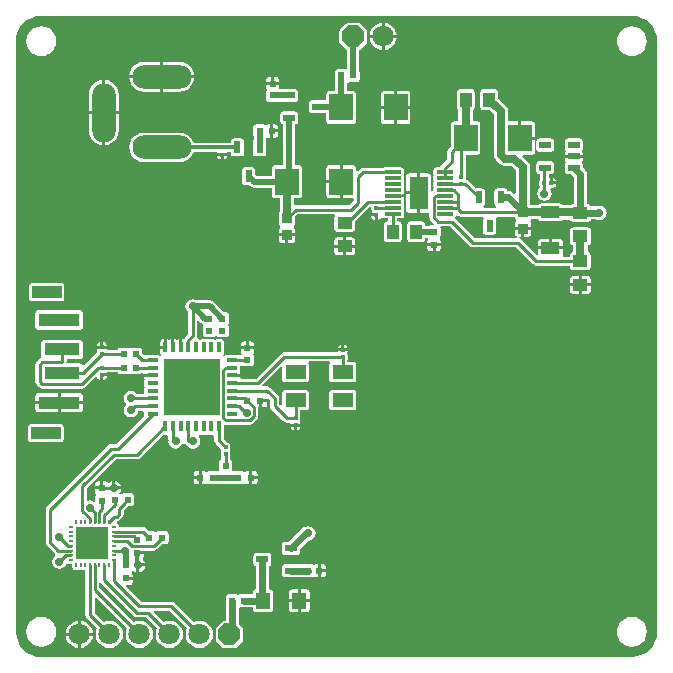
<source format=gtl>
G04 Layer_Physical_Order=1*
G04 Layer_Color=255*
%FSLAX43Y43*%
%MOMM*%
G71*
G01*
G75*
%ADD10R,3.000X1.120*%
%ADD11R,3.500X1.120*%
%ADD12R,1.250X1.000*%
%ADD13R,1.600X1.000*%
%ADD14R,0.850X0.850*%
%ADD15R,1.000X1.250*%
%ADD16R,0.600X1.000*%
%ADD17R,0.300X0.300*%
%ADD18R,2.000X2.300*%
%ADD19R,0.600X0.600*%
%ADD20R,0.600X0.600*%
%ADD21R,1.000X0.600*%
%ADD22R,1.600X2.800*%
%ADD23R,1.400X0.300*%
%ADD24R,1.200X1.400*%
%ADD25R,4.700X4.700*%
%ADD26R,0.300X0.950*%
%ADD27R,0.950X0.300*%
%ADD28R,1.800X1.200*%
%ADD29R,2.800X2.800*%
%ADD30O,0.400X0.200*%
%ADD31O,0.200X0.400*%
%ADD32R,0.300X0.300*%
%ADD33C,0.500*%
%ADD34C,0.300*%
%ADD35C,0.250*%
%ADD36C,0.700*%
%ADD37C,0.600*%
%ADD38R,2.500X1.000*%
%ADD39O,5.000X2.000*%
%ADD40O,2.000X5.000*%
%ADD41C,1.800*%
%ADD42P,1.948X8X22.5*%
%ADD43C,0.700*%
%ADD44C,0.500*%
G36*
X52500Y54632D02*
Y54632D01*
X52505Y54636D01*
X52917Y54595D01*
X53317Y54473D01*
X53687Y54276D01*
X54010Y54010D01*
X54276Y53687D01*
X54473Y53317D01*
X54595Y52917D01*
X54636Y52505D01*
X54632Y52500D01*
X54632D01*
X54639Y52462D01*
Y2539D01*
X54631Y2500D01*
X54631D01*
X54635Y2496D01*
X54595Y2083D01*
X54473Y1683D01*
X54276Y1313D01*
X54010Y990D01*
X53687Y724D01*
X53317Y527D01*
X52917Y405D01*
X52505Y365D01*
X52500Y369D01*
Y369D01*
X52461Y361D01*
X2623D01*
X2500Y361D01*
X2499Y361D01*
X2375Y369D01*
X2083Y397D01*
X1682Y519D01*
X1313Y716D01*
X989Y982D01*
X723Y1306D01*
X526Y1675D01*
X404Y2076D01*
X364Y2488D01*
X368Y2492D01*
X368D01*
X361Y2526D01*
Y52377D01*
X361Y52500D01*
X361Y52501D01*
X369Y52625D01*
X397Y52917D01*
X519Y53318D01*
X716Y53687D01*
X982Y54011D01*
X1306Y54277D01*
X1675Y54474D01*
X2076Y54596D01*
X2488Y54636D01*
X2492Y54632D01*
Y54632D01*
X2526Y54639D01*
X52462D01*
X52500Y54632D01*
D02*
G37*
%LPC*%
G36*
X27898Y26784D02*
X27875D01*
X27776Y26764D01*
X27692Y26708D01*
X27636Y26624D01*
X27616Y26525D01*
Y26502D01*
X27898D01*
Y26784D01*
D02*
G37*
G36*
X8034Y24123D02*
X7752D01*
Y23841D01*
X7775D01*
X7874Y23861D01*
X7958Y23917D01*
X8014Y24001D01*
X8034Y24100D01*
Y24123D01*
D02*
G37*
G36*
X5750Y22719D02*
X4127D01*
Y22027D01*
X6009D01*
Y22460D01*
X5989Y22559D01*
X5933Y22643D01*
X5849Y22699D01*
X5750Y22719D01*
D02*
G37*
G36*
X20250Y27084D02*
X20077D01*
Y26652D01*
X20509D01*
Y26825D01*
X20489Y26924D01*
X20433Y27008D01*
X20349Y27064D01*
X20250Y27084D01*
D02*
G37*
G36*
X19823D02*
X19650D01*
X19551Y27064D01*
X19467Y27008D01*
X19411Y26924D01*
X19391Y26825D01*
Y26652D01*
X19823D01*
Y27084D01*
D02*
G37*
G36*
X28175Y26784D02*
X28152D01*
Y26502D01*
X28434D01*
Y26525D01*
X28414Y26624D01*
X28358Y26708D01*
X28274Y26764D01*
X28175Y26784D01*
D02*
G37*
G36*
X6009Y21773D02*
X4127D01*
Y21081D01*
X5750D01*
X5849Y21101D01*
X5933Y21157D01*
X5989Y21241D01*
X6009Y21340D01*
Y21773D01*
D02*
G37*
G36*
X3873D02*
X1991D01*
Y21340D01*
X2011Y21241D01*
X2067Y21157D01*
X2151Y21101D01*
X2250Y21081D01*
X3873D01*
Y21773D01*
D02*
G37*
G36*
X24434Y19848D02*
X24152D01*
Y19566D01*
X24175D01*
X24274Y19586D01*
X24358Y19642D01*
X24414Y19726D01*
X24434Y19825D01*
Y19848D01*
D02*
G37*
G36*
X3873Y22719D02*
X2250D01*
X2151Y22699D01*
X2067Y22643D01*
X2011Y22559D01*
X1991Y22460D01*
Y22027D01*
X3873D01*
Y22719D01*
D02*
G37*
G36*
X21609Y21923D02*
X21177D01*
Y21491D01*
X21350D01*
X21449Y21511D01*
X21533Y21567D01*
X21589Y21651D01*
X21609Y21750D01*
Y21923D01*
D02*
G37*
G36*
X28925Y22959D02*
X27125D01*
X27026Y22939D01*
X26942Y22883D01*
X26886Y22799D01*
X26866Y22700D01*
Y21500D01*
X26886Y21401D01*
X26942Y21317D01*
X27026Y21261D01*
X27125Y21241D01*
X28925D01*
X29024Y21261D01*
X29108Y21317D01*
X29164Y21401D01*
X29184Y21500D01*
Y22700D01*
X29164Y22799D01*
X29108Y22883D01*
X29024Y22939D01*
X28925Y22959D01*
D02*
G37*
G36*
X47998Y32634D02*
X47500D01*
X47401Y32614D01*
X47317Y32558D01*
X47261Y32474D01*
X47241Y32375D01*
Y32002D01*
X47998D01*
Y32634D01*
D02*
G37*
G36*
X49009Y31748D02*
X48252D01*
Y31116D01*
X48750D01*
X48849Y31136D01*
X48933Y31192D01*
X48989Y31276D01*
X49009Y31375D01*
Y31748D01*
D02*
G37*
G36*
X47998D02*
X47241D01*
Y31375D01*
X47261Y31276D01*
X47317Y31192D01*
X47401Y31136D01*
X47500Y31116D01*
X47998D01*
Y31748D01*
D02*
G37*
G36*
X29084Y34998D02*
X28327D01*
Y34366D01*
X28825D01*
X28924Y34386D01*
X29008Y34442D01*
X29064Y34526D01*
X29084Y34625D01*
Y34998D01*
D02*
G37*
G36*
X28073D02*
X27316D01*
Y34625D01*
X27336Y34526D01*
X27392Y34442D01*
X27476Y34386D01*
X27575Y34366D01*
X28073D01*
Y34998D01*
D02*
G37*
G36*
X48750Y32634D02*
X48252D01*
Y32002D01*
X49009D01*
Y32375D01*
X48989Y32474D01*
X48933Y32558D01*
X48849Y32614D01*
X48750Y32634D01*
D02*
G37*
G36*
X7775Y27009D02*
X7752D01*
Y26727D01*
X8034D01*
Y26750D01*
X8014Y26849D01*
X7958Y26933D01*
X7874Y26989D01*
X7775Y27009D01*
D02*
G37*
G36*
X7498D02*
X7475D01*
X7376Y26989D01*
X7292Y26933D01*
X7236Y26849D01*
X7216Y26750D01*
Y26727D01*
X7498D01*
Y27009D01*
D02*
G37*
G36*
X12873Y27309D02*
X12850D01*
X12751Y27289D01*
X12667Y27233D01*
X12611Y27149D01*
X12591Y27050D01*
Y26702D01*
X12873D01*
Y27309D01*
D02*
G37*
G36*
X4200Y32034D02*
X1700D01*
X1601Y32014D01*
X1517Y31958D01*
X1461Y31874D01*
X1441Y31775D01*
Y30775D01*
X1461Y30676D01*
X1517Y30592D01*
X1601Y30536D01*
X1700Y30516D01*
X4200D01*
X4299Y30536D01*
X4383Y30592D01*
X4439Y30676D01*
X4459Y30775D01*
Y31775D01*
X4439Y31874D01*
X4383Y31958D01*
X4299Y32014D01*
X4200Y32034D01*
D02*
G37*
G36*
X5750Y29719D02*
X2250D01*
X2151Y29699D01*
X2067Y29643D01*
X2011Y29559D01*
X1991Y29460D01*
Y28340D01*
X2011Y28241D01*
X2067Y28157D01*
X2151Y28101D01*
X2250Y28081D01*
X5750D01*
X5849Y28101D01*
X5933Y28157D01*
X5989Y28241D01*
X6009Y28340D01*
Y29460D01*
X5989Y29559D01*
X5933Y29643D01*
X5849Y29699D01*
X5750Y29719D01*
D02*
G37*
G36*
X15325Y30666D02*
X15089Y30619D01*
X14890Y30485D01*
X14756Y30286D01*
X14709Y30050D01*
X14756Y29814D01*
X14890Y29615D01*
X14939Y29582D01*
Y27710D01*
X14677Y27448D01*
X14634Y27385D01*
X14549Y27289D01*
X14450Y27309D01*
X14427D01*
Y26575D01*
X14173D01*
Y27309D01*
X14150D01*
X14051Y27289D01*
X13975Y27239D01*
X13899Y27289D01*
X13800Y27309D01*
X13777D01*
Y26575D01*
X13523D01*
Y27309D01*
X13500D01*
X13401Y27289D01*
X13325Y27239D01*
X13249Y27289D01*
X13150Y27309D01*
X13127D01*
Y26575D01*
X13000D01*
Y26448D01*
X12591D01*
Y26100D01*
X12611Y26001D01*
X12651Y25940D01*
X12560Y25849D01*
X12499Y25889D01*
X12400Y25909D01*
X11450D01*
X11351Y25889D01*
X11347Y25886D01*
X11160D01*
X11059Y25988D01*
Y26300D01*
X11039Y26399D01*
X10983Y26483D01*
X10899Y26539D01*
X10800Y26559D01*
X10200D01*
X10101Y26539D01*
X10099Y26538D01*
X10000Y26491D01*
X9901Y26538D01*
X9899Y26539D01*
X9800Y26559D01*
X9200D01*
X9101Y26539D01*
X9017Y26483D01*
X8961Y26399D01*
X8958Y26386D01*
X8086D01*
X8034Y26450D01*
Y26473D01*
X7625D01*
X7216D01*
Y26450D01*
X7236Y26351D01*
X7270Y26300D01*
X7236Y26249D01*
X7216Y26150D01*
Y26138D01*
X6122Y25043D01*
X6066Y25050D01*
X5977Y25078D01*
X5933Y25143D01*
X5849Y25199D01*
X5750Y25219D01*
X4713D01*
X4632Y25317D01*
X4636Y25339D01*
Y25581D01*
X5750D01*
X5849Y25601D01*
X5933Y25657D01*
X5989Y25741D01*
X6009Y25840D01*
Y26960D01*
X5989Y27059D01*
X5933Y27143D01*
X5849Y27199D01*
X5750Y27219D01*
X2750D01*
X2651Y27199D01*
X2567Y27143D01*
X2511Y27059D01*
X2491Y26960D01*
Y25840D01*
X2511Y25741D01*
X2406Y25670D01*
X2320Y25612D01*
X2098Y25390D01*
X2014Y25265D01*
X1985Y25117D01*
Y23683D01*
X2014Y23535D01*
X2098Y23410D01*
X2320Y23188D01*
X2445Y23104D01*
X2593Y23075D01*
X5936D01*
X6084Y23104D01*
X6209Y23188D01*
X7092Y24071D01*
X7230Y24029D01*
X7236Y24001D01*
X7292Y23917D01*
X7376Y23861D01*
X7475Y23841D01*
X7498D01*
Y24250D01*
X7625D01*
Y24377D01*
X8034D01*
Y24400D01*
X8086Y24464D01*
X8958D01*
X8961Y24451D01*
X9017Y24367D01*
X9101Y24311D01*
X9200Y24291D01*
X9800D01*
X9899Y24311D01*
X9901Y24312D01*
X10000Y24359D01*
X10099Y24312D01*
X10101Y24311D01*
X10200Y24291D01*
X10800D01*
X10899Y24311D01*
X10983Y24367D01*
X10991Y24379D01*
X11080Y24388D01*
X11146Y24327D01*
X11925D01*
Y24073D01*
X11191D01*
Y24050D01*
X11211Y23951D01*
X11261Y23875D01*
X11211Y23799D01*
X11191Y23700D01*
Y23400D01*
X11211Y23301D01*
X11261Y23225D01*
X11211Y23149D01*
X11191Y23050D01*
Y22750D01*
X11084Y22636D01*
X10585D01*
X10535Y22710D01*
X10336Y22844D01*
X10100Y22891D01*
X9864Y22844D01*
X9665Y22710D01*
X9531Y22511D01*
X9484Y22275D01*
X9531Y22039D01*
X9654Y21856D01*
X9666Y21803D01*
Y21712D01*
X9665Y21710D01*
X9531Y21511D01*
X9484Y21275D01*
X9531Y21039D01*
X9665Y20840D01*
X9864Y20706D01*
X10100Y20659D01*
X10336Y20706D01*
X10535Y20840D01*
X10669Y21039D01*
X10704Y21214D01*
X11084D01*
X11191Y21100D01*
Y20800D01*
X11197Y20769D01*
X8819Y18390D01*
X8416D01*
X8416Y18390D01*
X8268Y18361D01*
X8143Y18277D01*
X8143Y18277D01*
X2977Y13111D01*
X2893Y12986D01*
X2864Y12838D01*
Y10075D01*
X2893Y9927D01*
X2977Y9802D01*
X3677Y9102D01*
X3677Y9102D01*
X3699Y9087D01*
Y8934D01*
X3590Y8860D01*
X3456Y8661D01*
X3409Y8425D01*
X3456Y8189D01*
X3590Y7990D01*
X3789Y7856D01*
X4025Y7809D01*
X4261Y7856D01*
X4460Y7990D01*
X4594Y8189D01*
X4599Y8215D01*
X4740Y8273D01*
X4787Y8242D01*
X4925Y8214D01*
X5064D01*
Y8075D01*
X5092Y7937D01*
X5170Y7820D01*
X5287Y7742D01*
X5425Y7714D01*
X5563Y7742D01*
X5625Y7783D01*
X5687Y7742D01*
X5825Y7714D01*
X5963Y7742D01*
X6025Y7783D01*
X6087Y7742D01*
X6225Y7714D01*
X6239Y7703D01*
Y3915D01*
X6268Y3767D01*
X6352Y3642D01*
X7222Y2772D01*
X7141Y2576D01*
X7101Y2275D01*
X7141Y1974D01*
X7257Y1693D01*
X7442Y1452D01*
X7683Y1267D01*
X7964Y1151D01*
X8265Y1111D01*
X8566Y1151D01*
X8847Y1267D01*
X9088Y1452D01*
X9273Y1693D01*
X9389Y1974D01*
X9429Y2275D01*
X9389Y2576D01*
X9273Y2857D01*
X9088Y3098D01*
X8847Y3283D01*
X8566Y3399D01*
X8265Y3439D01*
X7964Y3399D01*
X7768Y3318D01*
X7011Y4075D01*
Y5356D01*
X7129Y5405D01*
X9762Y2772D01*
X9681Y2576D01*
X9641Y2275D01*
X9681Y1974D01*
X9797Y1693D01*
X9982Y1452D01*
X10223Y1267D01*
X10504Y1151D01*
X10805Y1111D01*
X11106Y1151D01*
X11387Y1267D01*
X11628Y1452D01*
X11813Y1693D01*
X11929Y1974D01*
X11969Y2275D01*
X11929Y2576D01*
X11813Y2857D01*
X11628Y3098D01*
X11387Y3283D01*
X11106Y3399D01*
X10805Y3439D01*
X10504Y3399D01*
X10308Y3318D01*
X7411Y6215D01*
Y6608D01*
X7538Y6647D01*
X7552Y6627D01*
X10327Y3852D01*
X10327Y3852D01*
X10452Y3768D01*
X10600Y3739D01*
X10600Y3739D01*
X11335D01*
X12302Y2772D01*
X12221Y2576D01*
X12181Y2275D01*
X12221Y1974D01*
X12337Y1693D01*
X12522Y1452D01*
X12763Y1267D01*
X13044Y1151D01*
X13345Y1111D01*
X13646Y1151D01*
X13927Y1267D01*
X14168Y1452D01*
X14353Y1693D01*
X14469Y1974D01*
X14509Y2275D01*
X14469Y2576D01*
X14353Y2857D01*
X14168Y3098D01*
X13927Y3283D01*
X13646Y3399D01*
X13345Y3439D01*
X13044Y3399D01*
X12848Y3318D01*
X12020Y4146D01*
X12069Y4264D01*
X13350D01*
X14842Y2772D01*
X14761Y2576D01*
X14721Y2275D01*
X14761Y1974D01*
X14877Y1693D01*
X15062Y1452D01*
X15303Y1267D01*
X15584Y1151D01*
X15885Y1111D01*
X16186Y1151D01*
X16467Y1267D01*
X16708Y1452D01*
X16893Y1693D01*
X17009Y1974D01*
X17049Y2275D01*
X17009Y2576D01*
X16893Y2857D01*
X16708Y3098D01*
X16467Y3283D01*
X16186Y3399D01*
X15885Y3439D01*
X15584Y3399D01*
X15388Y3318D01*
X13783Y4923D01*
X13658Y5007D01*
X13510Y5036D01*
X10960D01*
X9648Y6349D01*
X9696Y6466D01*
X9975D01*
X10074Y6486D01*
X10158Y6542D01*
X10214Y6626D01*
X10234Y6725D01*
Y6898D01*
X9675D01*
Y7152D01*
X10234D01*
Y7325D01*
X10214Y7424D01*
X10158Y7508D01*
Y7621D01*
X10263Y7696D01*
X10314Y7665D01*
X10439Y7581D01*
X10548Y7559D01*
Y8150D01*
X10675D01*
Y8277D01*
X11266D01*
X11244Y8386D01*
X11110Y8585D01*
X11098Y8643D01*
X11101Y8744D01*
X11139Y8801D01*
X11159Y8900D01*
Y9073D01*
X10600D01*
Y9327D01*
X11159D01*
Y9364D01*
X12000D01*
X12148Y9393D01*
X12273Y9477D01*
X12713Y9916D01*
X13025D01*
X13124Y9936D01*
X13208Y9992D01*
X13264Y10076D01*
X13284Y10175D01*
Y10775D01*
X13264Y10874D01*
X13208Y10958D01*
X13124Y11014D01*
X13025Y11034D01*
X12425D01*
X12326Y11014D01*
X12242Y10958D01*
X12108D01*
X12024Y11014D01*
X11925Y11034D01*
X11613D01*
X11398Y11248D01*
X11273Y11332D01*
X11125Y11361D01*
X9097D01*
X9086Y11375D01*
X9058Y11513D01*
X8980Y11630D01*
X8876Y11700D01*
X8869Y11712D01*
X8871Y11739D01*
X8896Y11807D01*
X8921Y11848D01*
X9023Y11868D01*
X9148Y11952D01*
X9373Y12177D01*
X9373Y12177D01*
X9457Y12302D01*
X9486Y12450D01*
Y12765D01*
X9823Y13102D01*
X9833Y13116D01*
X10100D01*
X10199Y13136D01*
X10283Y13192D01*
X10339Y13276D01*
X10359Y13375D01*
Y13975D01*
X10339Y14074D01*
X10283Y14158D01*
X10199Y14214D01*
X10100Y14234D01*
X9500D01*
X9401Y14214D01*
X9317Y14158D01*
X9202D01*
X9116Y14257D01*
X9143Y14326D01*
X9219Y14439D01*
X9241Y14548D01*
X8650D01*
Y14675D01*
X8523D01*
Y15266D01*
X8414Y15244D01*
X8215Y15110D01*
X8098Y15165D01*
X8024Y15214D01*
X7925Y15234D01*
X7752D01*
Y14675D01*
X7625D01*
Y14548D01*
X7066D01*
Y14375D01*
X7086Y14276D01*
X7142Y14192D01*
Y14058D01*
X7086Y13974D01*
X7066Y13875D01*
Y13584D01*
X6939Y13517D01*
X6861Y13569D01*
X6625Y13616D01*
X6488Y13589D01*
X6361Y13691D01*
Y14690D01*
X8785Y17114D01*
X10625D01*
X10773Y17143D01*
X10898Y17227D01*
X12819Y19147D01*
X12850Y19141D01*
X13150D01*
X13264Y19034D01*
Y18850D01*
X13284Y18749D01*
X13259Y18625D01*
X13306Y18389D01*
X13440Y18190D01*
X13639Y18056D01*
X13875Y18009D01*
X14111Y18056D01*
X14310Y18190D01*
X14444Y18389D01*
X14462Y18482D01*
X14592D01*
X14593Y18477D01*
X14677Y18352D01*
X14802Y18268D01*
X14873Y18254D01*
X14915Y18190D01*
X15115Y18056D01*
X15351Y18010D01*
X15586Y18056D01*
X15786Y18190D01*
X15920Y18390D01*
X15967Y18625D01*
X15920Y18861D01*
X15820Y19010D01*
X15855Y19136D01*
X15936Y19174D01*
X15972Y19180D01*
X16001Y19161D01*
X16100Y19141D01*
X16400D01*
X16499Y19161D01*
X16575Y19211D01*
X16651Y19161D01*
X16750Y19141D01*
X17050D01*
X17164Y19034D01*
Y18675D01*
X17193Y18527D01*
X17277Y18402D01*
X17691Y17987D01*
Y17975D01*
X17711Y17876D01*
X17745Y17825D01*
X17711Y17774D01*
X17691Y17675D01*
Y17375D01*
X17711Y17276D01*
X17714Y17272D01*
Y17092D01*
X17701Y17089D01*
X17617Y17033D01*
X17561Y16949D01*
X17541Y16850D01*
Y16250D01*
X17553Y16191D01*
X17541Y16167D01*
X17449Y16089D01*
X17350Y16109D01*
X16750D01*
X16651Y16089D01*
X16567Y16033D01*
X16433D01*
X16349Y16089D01*
X16250Y16109D01*
X16077D01*
Y15550D01*
Y14991D01*
X16250D01*
X16349Y15011D01*
X16433Y15067D01*
X16567D01*
X16651Y15011D01*
X16750Y14991D01*
X17350D01*
X17449Y15011D01*
X17487Y15036D01*
X17663D01*
X17701Y15011D01*
X17800Y14991D01*
X18400D01*
X18499Y15011D01*
X18537Y15036D01*
X18713D01*
X18751Y15011D01*
X18850Y14991D01*
X19450D01*
X19549Y15011D01*
X19633Y15067D01*
X19767D01*
X19851Y15011D01*
X19950Y14991D01*
X20123D01*
Y15550D01*
Y16109D01*
X19950D01*
X19851Y16089D01*
X19767Y16033D01*
X19633D01*
X19549Y16089D01*
X19450Y16109D01*
X18850D01*
X18751Y16089D01*
X18659Y16167D01*
X18647Y16191D01*
X18659Y16250D01*
Y16850D01*
X18639Y16949D01*
X18583Y17033D01*
X18499Y17089D01*
X18486Y17092D01*
Y17272D01*
X18489Y17276D01*
X18509Y17375D01*
Y17675D01*
X18489Y17774D01*
X18455Y17825D01*
X18489Y17876D01*
X18509Y17975D01*
Y18275D01*
X18489Y18374D01*
X18433Y18458D01*
X18349Y18514D01*
X18250Y18534D01*
X18238D01*
X17936Y18835D01*
Y19297D01*
X17939Y19301D01*
X17959Y19400D01*
Y19967D01*
X18057Y20047D01*
X18100Y20039D01*
X20175D01*
X20323Y20068D01*
X20448Y20152D01*
X20773Y20477D01*
X20773Y20477D01*
X20857Y20602D01*
X20886Y20750D01*
Y21491D01*
X20923D01*
Y22050D01*
X21050D01*
Y22177D01*
X21609D01*
Y22179D01*
X21726Y22227D01*
X21864Y22090D01*
Y21600D01*
X21893Y21452D01*
X21977Y21327D01*
X23002Y20302D01*
X23002Y20302D01*
X23127Y20218D01*
X23275Y20189D01*
X23275Y20189D01*
X23564D01*
X23616Y20125D01*
Y20102D01*
X24434D01*
Y20125D01*
X24414Y20224D01*
X24380Y20275D01*
X24414Y20326D01*
X24434Y20425D01*
Y20725D01*
X24414Y20824D01*
X24411Y20828D01*
Y21241D01*
X24925D01*
X25024Y21261D01*
X25108Y21317D01*
X25164Y21401D01*
X25184Y21500D01*
Y22700D01*
X25164Y22799D01*
X25108Y22883D01*
X25024Y22939D01*
X24925Y22959D01*
X23125D01*
X23026Y22939D01*
X22942Y22883D01*
X22886Y22799D01*
X22866Y22700D01*
Y21696D01*
X22749Y21648D01*
X22636Y21760D01*
Y22250D01*
X22636Y22250D01*
X22607Y22398D01*
X22523Y22523D01*
X21873Y23173D01*
X21748Y23257D01*
X21600Y23286D01*
X21266D01*
X21217Y23404D01*
X22749Y24935D01*
X22866Y24887D01*
Y23900D01*
X22886Y23801D01*
X22942Y23717D01*
X23026Y23661D01*
X23125Y23641D01*
X24925D01*
X25024Y23661D01*
X25108Y23717D01*
X25164Y23801D01*
X25184Y23900D01*
Y25100D01*
X25164Y25199D01*
X25123Y25262D01*
X25147Y25341D01*
X25179Y25389D01*
X26871D01*
X26903Y25341D01*
X26927Y25262D01*
X26886Y25199D01*
X26866Y25100D01*
Y23900D01*
X26886Y23801D01*
X26942Y23717D01*
X27026Y23661D01*
X27125Y23641D01*
X28925D01*
X29024Y23661D01*
X29108Y23717D01*
X29164Y23801D01*
X29184Y23900D01*
Y25100D01*
X29164Y25199D01*
X29108Y25283D01*
X29024Y25339D01*
X28925Y25359D01*
X28411D01*
Y25522D01*
X28414Y25526D01*
X28434Y25625D01*
Y25925D01*
X28414Y26024D01*
X28380Y26075D01*
X28414Y26126D01*
X28434Y26225D01*
Y26248D01*
X28025D01*
X27616D01*
Y26225D01*
X27564Y26161D01*
X23042D01*
X22894Y26132D01*
X22769Y26048D01*
X22769Y26048D01*
X20657Y23936D01*
X19466D01*
X19359Y24050D01*
Y24073D01*
X18625D01*
Y24327D01*
X19359D01*
Y24350D01*
X19339Y24449D01*
X19289Y24525D01*
X19339Y24601D01*
X19359Y24700D01*
Y24975D01*
X19428Y25018D01*
X19482Y25032D01*
X19551Y24986D01*
X19650Y24966D01*
X20250D01*
X20349Y24986D01*
X20433Y25042D01*
X20489Y25126D01*
X20509Y25225D01*
Y25825D01*
X20489Y25924D01*
X20488Y25926D01*
X20441Y26025D01*
X20488Y26124D01*
X20489Y26126D01*
X20509Y26225D01*
Y26398D01*
X19391D01*
Y26225D01*
X19411Y26126D01*
X19412Y26124D01*
X19459Y26025D01*
X19412Y25926D01*
X19411Y25924D01*
X19403Y25886D01*
X19203D01*
X19199Y25889D01*
X19100Y25909D01*
X18150D01*
X18051Y25889D01*
X17990Y25849D01*
X17899Y25940D01*
X17939Y26001D01*
X17959Y26100D01*
Y27050D01*
X17939Y27149D01*
X17883Y27233D01*
X17799Y27289D01*
X17700Y27309D01*
X17400D01*
X17301Y27289D01*
X17225Y27239D01*
X17149Y27289D01*
X17050Y27309D01*
X16750D01*
X16651Y27289D01*
X16575Y27239D01*
X16499Y27289D01*
X16400Y27309D01*
X16100D01*
X16001Y27289D01*
X15925Y27239D01*
X15849Y27289D01*
X15770Y27305D01*
X15733Y27346D01*
X15731Y27349D01*
X15689Y27436D01*
X15711Y27550D01*
Y28771D01*
X15829Y28820D01*
X16012Y28637D01*
X16178Y28525D01*
X16186Y28399D01*
X16166Y28300D01*
Y27700D01*
X16186Y27601D01*
X16242Y27517D01*
X16326Y27461D01*
X16425Y27441D01*
X17025D01*
X17124Y27461D01*
X17208Y27517D01*
X17342Y27517D01*
X17426Y27461D01*
X17525Y27441D01*
X18125D01*
X18224Y27461D01*
X18308Y27517D01*
X18364Y27601D01*
X18384Y27700D01*
Y28300D01*
X18364Y28399D01*
X18363Y28401D01*
X18316Y28500D01*
X18363Y28599D01*
X18364Y28601D01*
X18384Y28700D01*
Y29300D01*
X18364Y29399D01*
X18308Y29483D01*
X18224Y29539D01*
X18125Y29559D01*
X17993D01*
X17138Y30413D01*
X16972Y30525D01*
X16775Y30564D01*
X15643D01*
X15561Y30619D01*
X15325Y30666D01*
D02*
G37*
G36*
X24223Y6084D02*
X23750D01*
X23651Y6064D01*
X23567Y6008D01*
X23511Y5924D01*
X23491Y5825D01*
Y5252D01*
X24223D01*
Y6084D01*
D02*
G37*
G36*
X25209Y4998D02*
X24477D01*
Y4166D01*
X24950D01*
X25049Y4186D01*
X25133Y4242D01*
X25189Y4326D01*
X25209Y4425D01*
Y4998D01*
D02*
G37*
G36*
X24223D02*
X23491D01*
Y4425D01*
X23511Y4326D01*
X23567Y4242D01*
X23651Y4186D01*
X23750Y4166D01*
X24223D01*
Y4998D01*
D02*
G37*
G36*
X25050Y8240D02*
X23625D01*
X23595Y8234D01*
X23125D01*
X23026Y8214D01*
X22942Y8158D01*
X22886Y8074D01*
X22866Y7975D01*
Y7375D01*
X22886Y7276D01*
X22942Y7192D01*
X23026Y7136D01*
X23125Y7116D01*
X23595D01*
X23625Y7110D01*
X25050D01*
X25080Y7116D01*
X25350D01*
X25449Y7136D01*
X25451Y7137D01*
X25550Y7184D01*
X25649Y7137D01*
X25651Y7136D01*
X25750Y7116D01*
X25923D01*
Y7675D01*
Y8234D01*
X25750D01*
X25651Y8214D01*
X25649Y8213D01*
X25550Y8166D01*
X25451Y8213D01*
X25449Y8214D01*
X25350Y8234D01*
X25080D01*
X25050Y8240D01*
D02*
G37*
G36*
X21225Y9190D02*
X21195Y9184D01*
X20725D01*
X20626Y9164D01*
X20542Y9108D01*
X20486Y9024D01*
X20466Y8925D01*
Y8325D01*
X20486Y8226D01*
X20542Y8142D01*
X20626Y8086D01*
X20660Y8079D01*
Y6084D01*
X20650D01*
X20551Y6064D01*
X20467Y6008D01*
X20411Y5924D01*
X20391Y5825D01*
Y5690D01*
X19675D01*
X19645Y5684D01*
X19375D01*
X19276Y5664D01*
X19274Y5663D01*
X19175Y5616D01*
X19076Y5663D01*
X19074Y5664D01*
X18975Y5684D01*
X18705D01*
X18675Y5690D01*
X18645Y5684D01*
X18375D01*
X18276Y5664D01*
X18192Y5608D01*
X18136Y5524D01*
X18116Y5425D01*
Y5155D01*
X18110Y5125D01*
Y3434D01*
X17975D01*
X17876Y3414D01*
X17792Y3358D01*
X17342Y2908D01*
X17286Y2824D01*
X17266Y2725D01*
Y1825D01*
X17286Y1726D01*
X17342Y1642D01*
X17792Y1192D01*
X17876Y1136D01*
X17975Y1116D01*
X18875D01*
X18974Y1136D01*
X19058Y1192D01*
X19508Y1642D01*
X19564Y1726D01*
X19584Y1825D01*
Y2725D01*
X19564Y2824D01*
X19508Y2908D01*
X19240Y3176D01*
Y4469D01*
X19367Y4568D01*
X19375Y4566D01*
X19645D01*
X19675Y4560D01*
X19675Y4560D01*
X20391D01*
Y4425D01*
X20411Y4326D01*
X20467Y4242D01*
X20551Y4186D01*
X20650Y4166D01*
X21850D01*
X21949Y4186D01*
X22033Y4242D01*
X22089Y4326D01*
X22109Y4425D01*
Y5825D01*
X22089Y5924D01*
X22033Y6008D01*
X21949Y6064D01*
X21850Y6084D01*
X21790D01*
Y8079D01*
X21824Y8086D01*
X21908Y8142D01*
X21964Y8226D01*
X21984Y8325D01*
Y8925D01*
X21964Y9024D01*
X21908Y9108D01*
X21824Y9164D01*
X21725Y9184D01*
X21255D01*
X21225Y9190D01*
D02*
G37*
G36*
X24950Y6084D02*
X24477D01*
Y5252D01*
X25209D01*
Y5825D01*
X25189Y5924D01*
X25133Y6008D01*
X25049Y6064D01*
X24950Y6084D01*
D02*
G37*
G36*
X5598Y3422D02*
X5424Y3399D01*
X5143Y3283D01*
X4902Y3098D01*
X4717Y2857D01*
X4601Y2576D01*
X4578Y2402D01*
X5598D01*
Y3422D01*
D02*
G37*
G36*
X6872Y2148D02*
X5852D01*
Y1128D01*
X6026Y1151D01*
X6307Y1267D01*
X6548Y1452D01*
X6733Y1693D01*
X6849Y1974D01*
X6872Y2148D01*
D02*
G37*
G36*
X5598D02*
X4578D01*
X4601Y1974D01*
X4717Y1693D01*
X4902Y1452D01*
X5143Y1267D01*
X5424Y1151D01*
X5598Y1128D01*
Y2148D01*
D02*
G37*
G36*
X52500Y3768D02*
X52483Y3764D01*
X52466Y3765D01*
X52205Y3731D01*
X52173Y3720D01*
X52140Y3714D01*
X51897Y3613D01*
X51868Y3594D01*
X51838Y3579D01*
X51629Y3419D01*
X51607Y3393D01*
X51581Y3371D01*
X51421Y3162D01*
X51406Y3132D01*
X51387Y3103D01*
X51286Y2860D01*
X51280Y2827D01*
X51269Y2795D01*
X51235Y2534D01*
X51237Y2500D01*
X51235Y2466D01*
X51269Y2205D01*
X51280Y2173D01*
X51286Y2140D01*
X51387Y1897D01*
X51406Y1868D01*
X51421Y1838D01*
X51581Y1629D01*
X51607Y1607D01*
X51629Y1581D01*
X51838Y1421D01*
X51868Y1406D01*
X51897Y1387D01*
X52140Y1286D01*
X52173Y1280D01*
X52205Y1269D01*
X52466Y1235D01*
X52483Y1236D01*
X52500Y1232D01*
X52517Y1236D01*
X52534Y1235D01*
X52795Y1269D01*
X52827Y1280D01*
X52860Y1286D01*
X53103Y1387D01*
X53132Y1406D01*
X53162Y1421D01*
X53371Y1581D01*
X53393Y1607D01*
X53419Y1629D01*
X53579Y1838D01*
X53594Y1868D01*
X53613Y1897D01*
X53714Y2140D01*
X53720Y2173D01*
X53731Y2205D01*
X53765Y2466D01*
X53763Y2500D01*
X53765Y2534D01*
X53731Y2795D01*
X53720Y2827D01*
X53714Y2860D01*
X53613Y3103D01*
X53594Y3132D01*
X53579Y3162D01*
X53419Y3371D01*
X53393Y3393D01*
X53371Y3419D01*
X53162Y3579D01*
X53132Y3594D01*
X53103Y3613D01*
X52860Y3714D01*
X52827Y3720D01*
X52795Y3731D01*
X52534Y3765D01*
X52517Y3764D01*
X52500Y3768D01*
D02*
G37*
G36*
X2500D02*
X2483Y3764D01*
X2466Y3765D01*
X2205Y3731D01*
X2173Y3720D01*
X2140Y3714D01*
X1897Y3613D01*
X1868Y3594D01*
X1838Y3579D01*
X1629Y3419D01*
X1607Y3393D01*
X1581Y3371D01*
X1421Y3162D01*
X1406Y3132D01*
X1387Y3103D01*
X1286Y2860D01*
X1280Y2827D01*
X1269Y2795D01*
X1235Y2534D01*
X1237Y2500D01*
X1235Y2466D01*
X1269Y2205D01*
X1280Y2173D01*
X1286Y2140D01*
X1387Y1897D01*
X1406Y1868D01*
X1421Y1838D01*
X1581Y1629D01*
X1607Y1607D01*
X1629Y1581D01*
X1838Y1421D01*
X1868Y1406D01*
X1897Y1387D01*
X2140Y1286D01*
X2173Y1280D01*
X2205Y1269D01*
X2466Y1235D01*
X2483Y1236D01*
X2500Y1232D01*
X2517Y1236D01*
X2534Y1235D01*
X2795Y1269D01*
X2827Y1280D01*
X2860Y1286D01*
X3103Y1387D01*
X3132Y1406D01*
X3162Y1421D01*
X3371Y1581D01*
X3393Y1607D01*
X3419Y1629D01*
X3579Y1838D01*
X3594Y1868D01*
X3613Y1897D01*
X3714Y2140D01*
X3720Y2173D01*
X3731Y2205D01*
X3765Y2466D01*
X3763Y2500D01*
X3765Y2534D01*
X3731Y2795D01*
X3720Y2827D01*
X3714Y2860D01*
X3613Y3103D01*
X3594Y3132D01*
X3579Y3162D01*
X3419Y3371D01*
X3393Y3393D01*
X3371Y3419D01*
X3162Y3579D01*
X3132Y3594D01*
X3103Y3613D01*
X2860Y3714D01*
X2827Y3720D01*
X2795Y3731D01*
X2534Y3765D01*
X2517Y3764D01*
X2500Y3768D01*
D02*
G37*
G36*
X5852Y3422D02*
Y2402D01*
X6872D01*
X6849Y2576D01*
X6733Y2857D01*
X6548Y3098D01*
X6307Y3283D01*
X6026Y3399D01*
X5852Y3422D01*
D02*
G37*
G36*
X15823Y16109D02*
X15650D01*
X15551Y16089D01*
X15467Y16033D01*
X15411Y15949D01*
X15391Y15850D01*
Y15677D01*
X15823D01*
Y16109D01*
D02*
G37*
G36*
X20809Y15423D02*
X20377D01*
Y14991D01*
X20550D01*
X20649Y15011D01*
X20733Y15067D01*
X20789Y15151D01*
X20809Y15250D01*
Y15423D01*
D02*
G37*
G36*
X15823D02*
X15391D01*
Y15250D01*
X15411Y15151D01*
X15467Y15067D01*
X15551Y15011D01*
X15650Y14991D01*
X15823D01*
Y15423D01*
D02*
G37*
G36*
X23898Y19848D02*
X23616D01*
Y19825D01*
X23636Y19726D01*
X23692Y19642D01*
X23776Y19586D01*
X23875Y19566D01*
X23898D01*
Y19848D01*
D02*
G37*
G36*
X4125Y20084D02*
X1625D01*
X1526Y20064D01*
X1442Y20008D01*
X1386Y19924D01*
X1366Y19825D01*
Y18825D01*
X1386Y18726D01*
X1442Y18642D01*
X1526Y18586D01*
X1625Y18566D01*
X4125D01*
X4224Y18586D01*
X4308Y18642D01*
X4364Y18726D01*
X4384Y18825D01*
Y19825D01*
X4364Y19924D01*
X4308Y20008D01*
X4224Y20064D01*
X4125Y20084D01*
D02*
G37*
G36*
X20550Y16109D02*
X20377D01*
Y15677D01*
X20809D01*
Y15850D01*
X20789Y15949D01*
X20733Y16033D01*
X20649Y16089D01*
X20550Y16109D01*
D02*
G37*
G36*
X26350Y8234D02*
X26177D01*
Y7802D01*
X26609D01*
Y7975D01*
X26589Y8074D01*
X26533Y8158D01*
X26449Y8214D01*
X26350Y8234D01*
D02*
G37*
G36*
X11266Y8023D02*
X10802D01*
Y7559D01*
X10911Y7581D01*
X11110Y7715D01*
X11244Y7914D01*
X11266Y8023D01*
D02*
G37*
G36*
X26609Y7548D02*
X26177D01*
Y7116D01*
X26350D01*
X26449Y7136D01*
X26533Y7192D01*
X26589Y7276D01*
X26609Y7375D01*
Y7548D01*
D02*
G37*
G36*
X8777Y15266D02*
Y14802D01*
X9241D01*
X9219Y14911D01*
X9085Y15110D01*
X8886Y15244D01*
X8777Y15266D01*
D02*
G37*
G36*
X7498Y15234D02*
X7325D01*
X7226Y15214D01*
X7142Y15158D01*
X7086Y15074D01*
X7066Y14975D01*
Y14802D01*
X7498D01*
Y15234D01*
D02*
G37*
G36*
X25100Y11441D02*
X24864Y11394D01*
X24851Y11385D01*
X24659Y11347D01*
X24476Y11224D01*
X24476Y11224D01*
X23385Y10134D01*
X23125D01*
X23026Y10114D01*
X22942Y10058D01*
X22886Y9974D01*
X22866Y9875D01*
Y9275D01*
X22886Y9176D01*
X22942Y9092D01*
X23026Y9036D01*
X23125Y9016D01*
X23595D01*
X23625Y9010D01*
X23655Y9016D01*
X24125D01*
X24224Y9036D01*
X24308Y9092D01*
X24364Y9176D01*
X24384Y9275D01*
Y9535D01*
X25065Y10216D01*
X25100Y10209D01*
X25336Y10256D01*
X25535Y10390D01*
X25669Y10589D01*
X25716Y10825D01*
X25669Y11061D01*
X25535Y11260D01*
X25336Y11394D01*
X25100Y11441D01*
D02*
G37*
G36*
X35623Y35123D02*
X35191D01*
Y34950D01*
X35211Y34851D01*
X35267Y34767D01*
X35351Y34711D01*
X35450Y34691D01*
X35623D01*
Y35123D01*
D02*
G37*
G36*
X32373Y48309D02*
X31500D01*
X31401Y48289D01*
X31317Y48233D01*
X31261Y48149D01*
X31241Y48050D01*
Y47027D01*
X32373D01*
Y48309D01*
D02*
G37*
G36*
X7927Y49198D02*
Y46577D01*
X9065D01*
Y47950D01*
X9022Y48277D01*
X8895Y48582D01*
X8694Y48844D01*
X8432Y49045D01*
X8127Y49172D01*
X7927Y49198D01*
D02*
G37*
G36*
X7673D02*
X7473Y49172D01*
X7168Y49045D01*
X6906Y48844D01*
X6705Y48582D01*
X6578Y48277D01*
X6535Y47950D01*
Y46577D01*
X7673D01*
Y49198D01*
D02*
G37*
G36*
X12573Y49373D02*
X9952D01*
X9978Y49173D01*
X10105Y48868D01*
X10306Y48606D01*
X10568Y48405D01*
X10873Y48278D01*
X11200Y48235D01*
X12573D01*
Y49373D01*
D02*
G37*
G36*
X22659Y48773D02*
X21541D01*
Y48600D01*
X21561Y48501D01*
X21562Y48499D01*
X21609Y48400D01*
X21562Y48301D01*
X21561Y48299D01*
X21541Y48200D01*
Y47600D01*
X21561Y47501D01*
X21617Y47417D01*
X21701Y47361D01*
X21800Y47341D01*
X22400D01*
X22499Y47361D01*
X22537Y47386D01*
X22863D01*
X22901Y47361D01*
X23000Y47341D01*
X24000D01*
X24099Y47361D01*
X24183Y47417D01*
X24239Y47501D01*
X24259Y47600D01*
Y48200D01*
X24239Y48299D01*
X24183Y48383D01*
X24099Y48439D01*
X24000Y48459D01*
X23000D01*
X22901Y48439D01*
X22863Y48414D01*
X22734D01*
X22708Y48437D01*
X22647Y48541D01*
X22659Y48600D01*
Y48773D01*
D02*
G37*
G36*
X33500Y48309D02*
X32627D01*
Y47027D01*
X33759D01*
Y48050D01*
X33739Y48149D01*
X33683Y48233D01*
X33599Y48289D01*
X33500Y48309D01*
D02*
G37*
G36*
X22300Y45459D02*
X22127D01*
Y45027D01*
X22559D01*
Y45200D01*
X22539Y45299D01*
X22483Y45383D01*
X22399Y45439D01*
X22300Y45459D01*
D02*
G37*
G36*
X44025Y45709D02*
X43152D01*
Y44427D01*
X44284D01*
Y45450D01*
X44264Y45549D01*
X44208Y45633D01*
X44124Y45689D01*
X44025Y45709D01*
D02*
G37*
G36*
X22559Y44773D02*
X22127D01*
Y44341D01*
X22300D01*
X22399Y44361D01*
X22483Y44417D01*
X22539Y44501D01*
X22559Y44600D01*
Y44773D01*
D02*
G37*
G36*
X33759Y46773D02*
X32627D01*
Y45491D01*
X33500D01*
X33599Y45511D01*
X33683Y45567D01*
X33739Y45651D01*
X33759Y45750D01*
Y46773D01*
D02*
G37*
G36*
X32373D02*
X31241D01*
Y45750D01*
X31261Y45651D01*
X31317Y45567D01*
X31401Y45511D01*
X31500Y45491D01*
X32373D01*
Y46773D01*
D02*
G37*
G36*
X21873Y45459D02*
X21700D01*
X21601Y45439D01*
X21599Y45438D01*
X21500Y45391D01*
X21401Y45438D01*
X21399Y45439D01*
X21300Y45459D01*
X20700D01*
X20601Y45439D01*
X20517Y45383D01*
X20461Y45299D01*
X20441Y45200D01*
Y44600D01*
X20461Y44501D01*
X20486Y44463D01*
Y44137D01*
X20461Y44099D01*
X20441Y44000D01*
Y43000D01*
X20461Y42901D01*
X20517Y42817D01*
X20601Y42761D01*
X20700Y42741D01*
X21300D01*
X21399Y42761D01*
X21483Y42817D01*
X21539Y42901D01*
X21559Y43000D01*
Y44000D01*
X21539Y44099D01*
X21514Y44137D01*
Y44266D01*
X21537Y44292D01*
X21641Y44353D01*
X21700Y44341D01*
X21873D01*
Y44900D01*
Y45459D01*
D02*
G37*
G36*
X31313Y54047D02*
X31139Y54024D01*
X30858Y53908D01*
X30617Y53723D01*
X30432Y53482D01*
X30316Y53201D01*
X30293Y53027D01*
X31313D01*
Y54047D01*
D02*
G37*
G36*
X32587Y52773D02*
X31567D01*
Y51753D01*
X31741Y51776D01*
X32022Y51892D01*
X32263Y52077D01*
X32448Y52318D01*
X32564Y52599D01*
X32587Y52773D01*
D02*
G37*
G36*
X31313D02*
X30293D01*
X30316Y52599D01*
X30432Y52318D01*
X30617Y52077D01*
X30858Y51892D01*
X31139Y51776D01*
X31313Y51753D01*
Y52773D01*
D02*
G37*
G36*
X52500Y53768D02*
X52483Y53764D01*
X52466Y53765D01*
X52205Y53731D01*
X52173Y53720D01*
X52140Y53714D01*
X51897Y53613D01*
X51868Y53594D01*
X51838Y53579D01*
X51629Y53419D01*
X51607Y53393D01*
X51581Y53371D01*
X51421Y53162D01*
X51406Y53132D01*
X51387Y53103D01*
X51286Y52860D01*
X51280Y52827D01*
X51269Y52795D01*
X51235Y52534D01*
X51237Y52500D01*
X51235Y52466D01*
X51269Y52205D01*
X51280Y52173D01*
X51286Y52140D01*
X51387Y51897D01*
X51406Y51868D01*
X51421Y51838D01*
X51581Y51629D01*
X51607Y51607D01*
X51629Y51581D01*
X51838Y51421D01*
X51868Y51406D01*
X51897Y51387D01*
X52140Y51286D01*
X52173Y51280D01*
X52205Y51269D01*
X52466Y51235D01*
X52483Y51236D01*
X52500Y51232D01*
X52517Y51236D01*
X52534Y51235D01*
X52795Y51269D01*
X52827Y51280D01*
X52860Y51286D01*
X53103Y51387D01*
X53132Y51406D01*
X53162Y51421D01*
X53371Y51581D01*
X53393Y51607D01*
X53419Y51629D01*
X53579Y51838D01*
X53594Y51868D01*
X53613Y51897D01*
X53714Y52140D01*
X53720Y52173D01*
X53731Y52205D01*
X53765Y52466D01*
X53763Y52500D01*
X53765Y52534D01*
X53731Y52795D01*
X53720Y52827D01*
X53714Y52860D01*
X53613Y53103D01*
X53594Y53132D01*
X53579Y53162D01*
X53419Y53371D01*
X53393Y53393D01*
X53371Y53419D01*
X53162Y53579D01*
X53132Y53594D01*
X53103Y53613D01*
X52860Y53714D01*
X52827Y53720D01*
X52795Y53731D01*
X52534Y53765D01*
X52517Y53764D01*
X52500Y53768D01*
D02*
G37*
G36*
X2500D02*
X2483Y53764D01*
X2466Y53765D01*
X2205Y53731D01*
X2173Y53720D01*
X2140Y53714D01*
X1897Y53613D01*
X1868Y53594D01*
X1838Y53579D01*
X1629Y53419D01*
X1607Y53393D01*
X1581Y53371D01*
X1421Y53162D01*
X1406Y53132D01*
X1387Y53103D01*
X1286Y52860D01*
X1280Y52827D01*
X1269Y52795D01*
X1235Y52534D01*
X1237Y52500D01*
X1235Y52466D01*
X1269Y52205D01*
X1280Y52173D01*
X1286Y52140D01*
X1387Y51897D01*
X1406Y51868D01*
X1421Y51838D01*
X1581Y51629D01*
X1607Y51607D01*
X1629Y51581D01*
X1838Y51421D01*
X1868Y51406D01*
X1897Y51387D01*
X2140Y51286D01*
X2173Y51280D01*
X2205Y51269D01*
X2466Y51235D01*
X2483Y51236D01*
X2500Y51232D01*
X2517Y51236D01*
X2534Y51235D01*
X2795Y51269D01*
X2827Y51280D01*
X2860Y51286D01*
X3103Y51387D01*
X3132Y51406D01*
X3162Y51421D01*
X3371Y51581D01*
X3393Y51607D01*
X3419Y51629D01*
X3579Y51838D01*
X3594Y51868D01*
X3613Y51897D01*
X3714Y52140D01*
X3720Y52173D01*
X3731Y52205D01*
X3765Y52466D01*
X3763Y52500D01*
X3765Y52534D01*
X3731Y52795D01*
X3720Y52827D01*
X3714Y52860D01*
X3613Y53103D01*
X3594Y53132D01*
X3579Y53162D01*
X3419Y53371D01*
X3393Y53393D01*
X3371Y53419D01*
X3162Y53579D01*
X3132Y53594D01*
X3103Y53613D01*
X2860Y53714D01*
X2827Y53720D01*
X2795Y53731D01*
X2534Y53765D01*
X2517Y53764D01*
X2500Y53768D01*
D02*
G37*
G36*
X31567Y54047D02*
Y53027D01*
X32587D01*
X32564Y53201D01*
X32448Y53482D01*
X32263Y53723D01*
X32022Y53908D01*
X31741Y54024D01*
X31567Y54047D01*
D02*
G37*
G36*
X22400Y49459D02*
X22227D01*
Y49027D01*
X22659D01*
Y49200D01*
X22639Y49299D01*
X22583Y49383D01*
X22499Y49439D01*
X22400Y49459D01*
D02*
G37*
G36*
X21973D02*
X21800D01*
X21701Y49439D01*
X21617Y49383D01*
X21561Y49299D01*
X21541Y49200D01*
Y49027D01*
X21973D01*
Y49459D01*
D02*
G37*
G36*
X15448Y49373D02*
X12827D01*
Y48235D01*
X14200D01*
X14527Y48278D01*
X14832Y48405D01*
X15094Y48606D01*
X15295Y48868D01*
X15422Y49173D01*
X15448Y49373D01*
D02*
G37*
G36*
X29350Y54059D02*
X28450D01*
X28351Y54039D01*
X28267Y53983D01*
X27817Y53533D01*
X27761Y53449D01*
X27741Y53350D01*
Y52450D01*
X27761Y52351D01*
X27817Y52267D01*
X28267Y51817D01*
X28351Y51761D01*
X28386Y51754D01*
Y50234D01*
X28363Y50208D01*
X28259Y50147D01*
X28200Y50159D01*
X27600D01*
X27501Y50139D01*
X27417Y50083D01*
X27361Y49999D01*
X27341Y49900D01*
Y49300D01*
X27361Y49201D01*
X27386Y49163D01*
Y48309D01*
X26900D01*
X26801Y48289D01*
X26717Y48233D01*
X26661Y48149D01*
X26641Y48050D01*
Y47520D01*
X26514Y47479D01*
X26499Y47489D01*
X26400Y47509D01*
X25400D01*
X25301Y47489D01*
X25217Y47433D01*
X25161Y47349D01*
X25141Y47250D01*
Y46650D01*
X25161Y46551D01*
X25217Y46467D01*
X25301Y46411D01*
X25400Y46391D01*
X26400D01*
X26499Y46411D01*
X26514Y46421D01*
X26641Y46380D01*
Y45750D01*
X26661Y45651D01*
X26717Y45567D01*
X26801Y45511D01*
X26900Y45491D01*
X28900D01*
X28999Y45511D01*
X29083Y45567D01*
X29139Y45651D01*
X29159Y45750D01*
Y48050D01*
X29139Y48149D01*
X29083Y48233D01*
X28999Y48289D01*
X28900Y48309D01*
X28414D01*
Y48966D01*
X28437Y48992D01*
X28541Y49053D01*
X28600Y49041D01*
X29200D01*
X29299Y49061D01*
X29383Y49117D01*
X29439Y49201D01*
X29459Y49300D01*
Y49900D01*
X29439Y49999D01*
X29414Y50037D01*
Y51754D01*
X29449Y51761D01*
X29533Y51817D01*
X29983Y52267D01*
X30039Y52351D01*
X30059Y52450D01*
Y53350D01*
X30039Y53449D01*
X29983Y53533D01*
X29533Y53983D01*
X29449Y54039D01*
X29350Y54059D01*
D02*
G37*
G36*
X14200Y50765D02*
X12827D01*
Y49627D01*
X15448D01*
X15422Y49827D01*
X15295Y50132D01*
X15094Y50394D01*
X14832Y50595D01*
X14527Y50722D01*
X14200Y50765D01*
D02*
G37*
G36*
X12573D02*
X11200D01*
X10873Y50722D01*
X10568Y50595D01*
X10306Y50394D01*
X10105Y50132D01*
X9978Y49827D01*
X9952Y49627D01*
X12573D01*
Y50765D01*
D02*
G37*
G36*
X30723Y37673D02*
X30441D01*
Y37650D01*
X30461Y37551D01*
X30517Y37467D01*
X30601Y37411D01*
X30700Y37391D01*
X30723D01*
Y37673D01*
D02*
G37*
G36*
X43959Y36498D02*
X43402D01*
Y35941D01*
X43700D01*
X43799Y35961D01*
X43883Y36017D01*
X43939Y36101D01*
X43959Y36200D01*
Y36498D01*
D02*
G37*
G36*
X23984Y35973D02*
X23427D01*
Y35416D01*
X23725D01*
X23824Y35436D01*
X23908Y35492D01*
X23964Y35576D01*
X23984Y35675D01*
Y35973D01*
D02*
G37*
G36*
X27773Y40473D02*
X26641D01*
Y39450D01*
X26661Y39351D01*
X26717Y39267D01*
X26801Y39211D01*
X26900Y39191D01*
X27773D01*
Y40473D01*
D02*
G37*
G36*
X45675Y42359D02*
X44675D01*
X44576Y42339D01*
X44492Y42283D01*
X44436Y42199D01*
X44416Y42100D01*
Y41500D01*
X44436Y41401D01*
X44492Y41317D01*
X44576Y41261D01*
X44675Y41241D01*
X44689D01*
Y40753D01*
X44686Y40749D01*
X44666Y40650D01*
Y40350D01*
X44686Y40251D01*
X44689Y40247D01*
Y40052D01*
X44665Y40035D01*
X44531Y39836D01*
X44484Y39600D01*
X44531Y39364D01*
X44665Y39165D01*
X44864Y39031D01*
X45100Y38984D01*
X45336Y39031D01*
X45535Y39165D01*
X45669Y39364D01*
X45716Y39600D01*
X45669Y39836D01*
X45583Y39964D01*
X45651Y40091D01*
X45825D01*
X45924Y40111D01*
X46008Y40167D01*
X46064Y40251D01*
X46084Y40350D01*
Y40373D01*
X45675D01*
Y40500D01*
X45548D01*
Y40909D01*
X45525D01*
X45461Y40961D01*
Y41241D01*
X45675D01*
X45774Y41261D01*
X45858Y41317D01*
X45914Y41401D01*
X45934Y41500D01*
Y42100D01*
X45914Y42199D01*
X45858Y42283D01*
X45774Y42339D01*
X45675Y42359D01*
D02*
G37*
G36*
X34323Y39523D02*
X33391D01*
Y38250D01*
X33411Y38151D01*
X33467Y38067D01*
X33551Y38011D01*
X33650Y37991D01*
X34323D01*
Y39523D01*
D02*
G37*
G36*
X46400Y35759D02*
X45727D01*
Y35127D01*
X46659D01*
Y35500D01*
X46639Y35599D01*
X46583Y35683D01*
X46499Y35739D01*
X46400Y35759D01*
D02*
G37*
G36*
X45473D02*
X44800D01*
X44701Y35739D01*
X44617Y35683D01*
X44561Y35599D01*
X44541Y35500D01*
Y35127D01*
X45473D01*
Y35759D01*
D02*
G37*
G36*
X36309Y35123D02*
X35877D01*
Y34691D01*
X36050D01*
X36149Y34711D01*
X36233Y34767D01*
X36289Y34851D01*
X36309Y34950D01*
Y35123D01*
D02*
G37*
G36*
X23173Y35973D02*
X22616D01*
Y35675D01*
X22636Y35576D01*
X22692Y35492D01*
X22776Y35436D01*
X22875Y35416D01*
X23173D01*
Y35973D01*
D02*
G37*
G36*
X28825Y35884D02*
X28327D01*
Y35252D01*
X29084D01*
Y35625D01*
X29064Y35724D01*
X29008Y35808D01*
X28924Y35864D01*
X28825Y35884D01*
D02*
G37*
G36*
X28073D02*
X27575D01*
X27476Y35864D01*
X27392Y35808D01*
X27336Y35724D01*
X27316Y35625D01*
Y35252D01*
X28073D01*
Y35884D01*
D02*
G37*
G36*
X48075Y44259D02*
X47075D01*
X46976Y44239D01*
X46892Y44183D01*
X46836Y44099D01*
X46816Y44000D01*
Y43400D01*
X46836Y43301D01*
X46886Y43225D01*
X46836Y43149D01*
X46816Y43050D01*
Y42877D01*
X47575D01*
X48334D01*
Y43050D01*
X48314Y43149D01*
X48264Y43225D01*
X48314Y43301D01*
X48334Y43400D01*
Y44000D01*
X48314Y44099D01*
X48258Y44183D01*
X48174Y44239D01*
X48075Y44259D01*
D02*
G37*
G36*
X14200Y44765D02*
X11200D01*
X10873Y44722D01*
X10568Y44595D01*
X10306Y44394D01*
X10105Y44132D01*
X9978Y43827D01*
X9935Y43500D01*
X9978Y43173D01*
X10105Y42868D01*
X10306Y42606D01*
X10568Y42405D01*
X10873Y42278D01*
X11200Y42235D01*
X14200D01*
X14527Y42278D01*
X14832Y42405D01*
X15094Y42606D01*
X15295Y42868D01*
X15387Y43088D01*
X17360D01*
X17391Y43050D01*
Y43027D01*
X17800D01*
X18209D01*
Y43050D01*
X18240Y43088D01*
X18541D01*
Y43000D01*
X18561Y42901D01*
X18617Y42817D01*
X18701Y42761D01*
X18800Y42741D01*
X19400D01*
X19499Y42761D01*
X19583Y42817D01*
X19639Y42901D01*
X19659Y43000D01*
Y44000D01*
X19639Y44099D01*
X19583Y44183D01*
X19499Y44239D01*
X19400Y44259D01*
X18800D01*
X18701Y44239D01*
X18617Y44183D01*
X18561Y44099D01*
X18541Y44000D01*
Y43912D01*
X15387D01*
X15295Y44132D01*
X15094Y44394D01*
X14832Y44595D01*
X14527Y44722D01*
X14200Y44765D01*
D02*
G37*
G36*
X18209Y42773D02*
X17927D01*
Y42491D01*
X17950D01*
X18049Y42511D01*
X18133Y42567D01*
X18189Y42651D01*
X18209Y42750D01*
Y42773D01*
D02*
G37*
G36*
X7673Y46323D02*
X6535D01*
Y44950D01*
X6578Y44623D01*
X6705Y44318D01*
X6906Y44056D01*
X7168Y43855D01*
X7473Y43728D01*
X7673Y43702D01*
Y46323D01*
D02*
G37*
G36*
X9065D02*
X7927D01*
Y43702D01*
X8127Y43728D01*
X8432Y43855D01*
X8694Y44056D01*
X8895Y44318D01*
X9022Y44623D01*
X9065Y44950D01*
Y46323D01*
D02*
G37*
G36*
X45675Y44259D02*
X44675D01*
X44576Y44239D01*
X44492Y44183D01*
X44436Y44099D01*
X44416Y44000D01*
Y43400D01*
X44436Y43301D01*
X44492Y43217D01*
X44576Y43161D01*
X44675Y43141D01*
X45675D01*
X45774Y43161D01*
X45858Y43217D01*
X45914Y43301D01*
X45934Y43400D01*
Y44000D01*
X45914Y44099D01*
X45858Y44183D01*
X45774Y44239D01*
X45675Y44259D01*
D02*
G37*
G36*
X45825Y40909D02*
X45802D01*
Y40627D01*
X46084D01*
Y40650D01*
X46064Y40749D01*
X46008Y40833D01*
X45924Y40889D01*
X45825Y40909D01*
D02*
G37*
G36*
X34323Y41309D02*
X33650D01*
X33551Y41289D01*
X33467Y41233D01*
X33411Y41149D01*
X33391Y41050D01*
Y39777D01*
X34323D01*
Y41309D01*
D02*
G37*
G36*
X40925Y48434D02*
X39925D01*
X39826Y48414D01*
X39742Y48358D01*
X39686Y48274D01*
X39666Y48175D01*
Y46925D01*
X39686Y46826D01*
X39742Y46742D01*
X39826Y46686D01*
X39925Y46666D01*
X40438D01*
X40805Y46299D01*
Y42900D01*
X40852Y42664D01*
X40986Y42464D01*
X41339Y42111D01*
X41539Y41977D01*
X41775Y41930D01*
X42299D01*
X42659Y41570D01*
Y39606D01*
X42542Y39557D01*
X42424Y39674D01*
X42241Y39797D01*
X42025Y39840D01*
X41964Y39874D01*
X41908Y39958D01*
X41824Y40014D01*
X41725Y40034D01*
X41125D01*
X41026Y40014D01*
X40942Y39958D01*
X40886Y39874D01*
X40866Y39775D01*
Y39305D01*
X40860Y39275D01*
X40866Y39245D01*
Y38775D01*
X40886Y38676D01*
X40942Y38592D01*
X41022Y38538D01*
X41024Y38528D01*
X41001Y38411D01*
X39949D01*
X39926Y38528D01*
X39928Y38538D01*
X40008Y38592D01*
X40064Y38676D01*
X40084Y38775D01*
Y39775D01*
X40064Y39874D01*
X40008Y39958D01*
X39924Y40014D01*
X39825Y40034D01*
X39313D01*
X38673Y40673D01*
X38548Y40757D01*
X38469Y40773D01*
X38484Y40850D01*
Y41150D01*
X38464Y41249D01*
X38461Y41253D01*
Y42891D01*
X39425D01*
X39524Y42911D01*
X39608Y42967D01*
X39664Y43051D01*
X39684Y43150D01*
Y45450D01*
X39664Y45549D01*
X39608Y45633D01*
X39524Y45689D01*
X39425Y45709D01*
X39041D01*
Y46697D01*
X39108Y46742D01*
X39164Y46826D01*
X39184Y46925D01*
Y48175D01*
X39164Y48274D01*
X39108Y48358D01*
X39024Y48414D01*
X38925Y48434D01*
X37925D01*
X37826Y48414D01*
X37742Y48358D01*
X37686Y48274D01*
X37666Y48175D01*
Y46925D01*
X37686Y46826D01*
X37742Y46742D01*
X37809Y46697D01*
Y45709D01*
X37425D01*
X37326Y45689D01*
X37242Y45633D01*
X37186Y45549D01*
X37166Y45450D01*
Y43588D01*
X37002Y43423D01*
X36918Y43298D01*
X36889Y43150D01*
Y42485D01*
X36377Y41973D01*
X36293Y41848D01*
X36285Y41809D01*
X35950D01*
X35851Y41789D01*
X35767Y41733D01*
X35711Y41649D01*
X35691Y41550D01*
Y41250D01*
X35711Y41151D01*
X35711Y41150D01*
X35711Y41149D01*
X35691Y41050D01*
Y40750D01*
X35711Y40651D01*
X35711Y40650D01*
X35711Y40649D01*
X35691Y40550D01*
Y40250D01*
X35711Y40151D01*
X35711Y40150D01*
X35711Y40149D01*
X35691Y40050D01*
Y39806D01*
X35636Y39764D01*
X35510Y39825D01*
X35509Y39826D01*
Y41050D01*
X35489Y41149D01*
X35433Y41233D01*
X35349Y41289D01*
X35250Y41309D01*
X34577D01*
Y39650D01*
Y37991D01*
X35250D01*
X35339Y37918D01*
Y37600D01*
X35368Y37452D01*
X35452Y37327D01*
X35743Y37036D01*
X35690Y36909D01*
X35450D01*
X35351Y36889D01*
X35313Y36864D01*
X35009D01*
Y36975D01*
X34989Y37074D01*
X34933Y37158D01*
X34849Y37214D01*
X34750Y37234D01*
X33750D01*
X33651Y37214D01*
X33567Y37158D01*
X33511Y37074D01*
X33491Y36975D01*
Y35725D01*
X33511Y35626D01*
X33567Y35542D01*
X33651Y35486D01*
X33750Y35466D01*
X34750D01*
X34849Y35486D01*
X34933Y35542D01*
X34989Y35626D01*
X35009Y35725D01*
Y35836D01*
X35195D01*
X35223Y35796D01*
X35251Y35709D01*
X35211Y35649D01*
X35191Y35550D01*
Y35377D01*
X36309D01*
Y35550D01*
X36289Y35649D01*
X36233Y35733D01*
Y35867D01*
X36289Y35951D01*
X36309Y36050D01*
Y36650D01*
X36297Y36712D01*
X36356Y36813D01*
X36382Y36839D01*
X37090D01*
X38752Y35177D01*
X38752Y35177D01*
X38877Y35093D01*
X39025Y35064D01*
X42690D01*
X44152Y33602D01*
X44277Y33518D01*
X44425Y33489D01*
X47241D01*
Y33375D01*
X47261Y33276D01*
X47317Y33192D01*
X47401Y33136D01*
X47500Y33116D01*
X48750D01*
X48849Y33136D01*
X48933Y33192D01*
X48989Y33276D01*
X49009Y33375D01*
Y34375D01*
X48989Y34474D01*
X48933Y34558D01*
X48849Y34614D01*
X48766Y34631D01*
Y35216D01*
X48775D01*
X48874Y35236D01*
X48958Y35292D01*
X49014Y35376D01*
X49034Y35475D01*
Y36475D01*
X49014Y36574D01*
X48958Y36658D01*
X48874Y36714D01*
X48775Y36734D01*
X47525D01*
X47426Y36714D01*
X47342Y36658D01*
X47286Y36574D01*
X47266Y36475D01*
Y35475D01*
X47286Y35376D01*
X47342Y35292D01*
X47426Y35236D01*
X47525Y35216D01*
X47534D01*
Y34634D01*
X47500D01*
X47401Y34614D01*
X47317Y34558D01*
X47261Y34474D01*
X47241Y34375D01*
Y34261D01*
X46699D01*
X46631Y34388D01*
X46639Y34401D01*
X46659Y34500D01*
Y34873D01*
X44541D01*
Y34500D01*
X44545Y34481D01*
X44428Y34419D01*
X43123Y35723D01*
X42998Y35807D01*
X42963Y35814D01*
X42975Y35941D01*
X43148D01*
Y36498D01*
X42591D01*
Y36200D01*
X42611Y36101D01*
X42667Y36017D01*
X42747Y35963D01*
X42749Y35953D01*
X42726Y35836D01*
X39185D01*
X37578Y37444D01*
X37541Y37545D01*
X37569Y37620D01*
X37589Y37651D01*
X37603Y37721D01*
X37722Y37781D01*
X37752Y37752D01*
X37877Y37668D01*
X38025Y37639D01*
X38025Y37639D01*
X39901D01*
X39961Y37512D01*
X39936Y37474D01*
X39916Y37375D01*
Y36375D01*
X39936Y36276D01*
X39992Y36192D01*
X40076Y36136D01*
X40175Y36116D01*
X40775D01*
X40874Y36136D01*
X40958Y36192D01*
X41014Y36276D01*
X41034Y36375D01*
Y37375D01*
X41014Y37474D01*
X40989Y37512D01*
X41049Y37639D01*
X42591D01*
Y37600D01*
X42611Y37501D01*
X42667Y37417D01*
X42695Y37398D01*
Y37252D01*
X42667Y37233D01*
X42611Y37149D01*
X42591Y37050D01*
Y36752D01*
X43959D01*
Y37050D01*
X43939Y37149D01*
X43883Y37233D01*
X43925Y37358D01*
X43977Y37409D01*
X44559D01*
X44561Y37401D01*
X44617Y37317D01*
X44701Y37261D01*
X44800Y37241D01*
X46400D01*
X46499Y37261D01*
X46583Y37317D01*
X46628Y37384D01*
X47284D01*
X47286Y37376D01*
X47342Y37292D01*
X47426Y37236D01*
X47525Y37216D01*
X48775D01*
X48874Y37236D01*
X48958Y37292D01*
X49014Y37376D01*
X49021Y37410D01*
X49471D01*
X49514Y37381D01*
X49750Y37334D01*
X49986Y37381D01*
X50185Y37515D01*
X50319Y37714D01*
X50366Y37950D01*
X50319Y38186D01*
X50185Y38385D01*
X49986Y38519D01*
X49750Y38566D01*
X49619Y38540D01*
X49021D01*
X49014Y38574D01*
X48958Y38658D01*
X48874Y38714D01*
X48775Y38734D01*
X48715D01*
Y41225D01*
X48715Y41225D01*
X48672Y41441D01*
X48549Y41624D01*
X48549Y41624D01*
X48334Y41840D01*
Y42100D01*
X48314Y42199D01*
X48264Y42275D01*
X48314Y42351D01*
X48334Y42450D01*
Y42623D01*
X47575D01*
X46816D01*
Y42450D01*
X46836Y42351D01*
X46886Y42275D01*
X46836Y42199D01*
X46816Y42100D01*
Y41500D01*
X46836Y41401D01*
X46892Y41317D01*
X46976Y41261D01*
X47075Y41241D01*
X47335D01*
X47585Y40991D01*
Y38734D01*
X47525D01*
X47426Y38714D01*
X47342Y38658D01*
X47314Y38616D01*
X46628D01*
X46583Y38683D01*
X46499Y38739D01*
X46400Y38759D01*
X44800D01*
X44701Y38739D01*
X44617Y38683D01*
X44589Y38641D01*
X43891D01*
Y41825D01*
X43844Y42061D01*
X43710Y42260D01*
X43197Y42774D01*
X43246Y42891D01*
X44025D01*
X44124Y42911D01*
X44208Y42967D01*
X44264Y43051D01*
X44284Y43150D01*
Y44173D01*
X43025D01*
Y44300D01*
X42898D01*
Y45709D01*
X42037D01*
Y46554D01*
X41990Y46790D01*
X41856Y46989D01*
X41184Y47662D01*
Y48175D01*
X41164Y48274D01*
X41108Y48358D01*
X41024Y48414D01*
X40925Y48434D01*
D02*
G37*
G36*
X17673Y42773D02*
X17391D01*
Y42750D01*
X17411Y42651D01*
X17467Y42567D01*
X17551Y42511D01*
X17650Y42491D01*
X17673D01*
Y42773D01*
D02*
G37*
G36*
X24000Y46559D02*
X23000D01*
X22901Y46539D01*
X22817Y46483D01*
X22761Y46399D01*
X22741Y46300D01*
Y45700D01*
X22761Y45601D01*
X22817Y45517D01*
X22901Y45461D01*
X22986Y45444D01*
Y42009D01*
X22300D01*
X22201Y41989D01*
X22117Y41933D01*
X22061Y41849D01*
X22041Y41750D01*
Y41114D01*
X20763D01*
X20609Y41268D01*
Y41600D01*
X20589Y41699D01*
X20533Y41783D01*
X20449Y41839D01*
X20350Y41859D01*
X19750D01*
X19651Y41839D01*
X19567Y41783D01*
X19511Y41699D01*
X19491Y41600D01*
Y40600D01*
X19511Y40501D01*
X19567Y40417D01*
X19651Y40361D01*
X19750Y40341D01*
X20082D01*
X20187Y40237D01*
X20353Y40125D01*
X20550Y40086D01*
X22041D01*
Y39450D01*
X22061Y39351D01*
X22117Y39267D01*
X22201Y39211D01*
X22300Y39191D01*
X22684D01*
Y38097D01*
X22636Y38024D01*
X22616Y37925D01*
Y37075D01*
X22636Y36976D01*
X22692Y36892D01*
X22720Y36873D01*
Y36727D01*
X22692Y36708D01*
X22636Y36624D01*
X22616Y36525D01*
Y36227D01*
X23984D01*
Y36525D01*
X23964Y36624D01*
X23908Y36708D01*
X23880Y36727D01*
Y36873D01*
X23908Y36892D01*
X23964Y36976D01*
X23984Y37075D01*
Y37637D01*
X24185Y37839D01*
X27259D01*
X27329Y37734D01*
X27333Y37712D01*
X27316Y37625D01*
Y36625D01*
X27336Y36526D01*
X27392Y36442D01*
X27476Y36386D01*
X27575Y36366D01*
X28825D01*
X28924Y36386D01*
X29008Y36442D01*
X29064Y36526D01*
X29084Y36625D01*
Y37300D01*
X30298Y38514D01*
X30441D01*
Y38250D01*
X30461Y38151D01*
X30495Y38100D01*
X30461Y38049D01*
X30441Y37950D01*
Y37927D01*
X30850D01*
Y37800D01*
X30977D01*
Y37391D01*
X31000D01*
X31099Y37411D01*
X31183Y37467D01*
X31232Y37540D01*
X31314Y37560D01*
X31367Y37567D01*
X31451Y37511D01*
X31550Y37491D01*
X31864D01*
Y37234D01*
X31750D01*
X31651Y37214D01*
X31567Y37158D01*
X31511Y37074D01*
X31491Y36975D01*
Y35725D01*
X31511Y35626D01*
X31567Y35542D01*
X31651Y35486D01*
X31750Y35466D01*
X32750D01*
X32849Y35486D01*
X32933Y35542D01*
X32989Y35626D01*
X33009Y35725D01*
Y36975D01*
X32989Y37074D01*
X32933Y37158D01*
X32849Y37214D01*
X32750Y37234D01*
X32636D01*
Y37491D01*
X32950D01*
X33049Y37511D01*
X33133Y37567D01*
X33189Y37651D01*
X33209Y37750D01*
Y38050D01*
X33189Y38149D01*
X33189Y38150D01*
X33189Y38151D01*
X33209Y38250D01*
Y38550D01*
X33189Y38649D01*
X33189Y38650D01*
X33189Y38651D01*
X33209Y38750D01*
Y39050D01*
X33189Y39149D01*
X33189Y39150D01*
X33189Y39151D01*
X33209Y39250D01*
Y39273D01*
X33074D01*
X33049Y39289D01*
X32950Y39309D01*
X32250D01*
Y39491D01*
X32950D01*
X33049Y39511D01*
X33074Y39527D01*
X33209D01*
Y39550D01*
X33189Y39649D01*
X33189Y39650D01*
X33189Y39651D01*
X33209Y39750D01*
Y40050D01*
X33189Y40149D01*
X33189Y40150D01*
X33189Y40151D01*
X33209Y40250D01*
Y40550D01*
X33189Y40649D01*
X33189Y40650D01*
X33189Y40651D01*
X33209Y40750D01*
Y41050D01*
X33189Y41149D01*
X33189Y41150D01*
X33189Y41151D01*
X33209Y41250D01*
Y41550D01*
X33189Y41649D01*
X33133Y41733D01*
X33049Y41789D01*
X32950Y41809D01*
X31550D01*
X31451Y41789D01*
X31447Y41786D01*
X29750D01*
X29602Y41757D01*
X29477Y41673D01*
X29477Y41673D01*
X29276Y41473D01*
X29159Y41521D01*
Y41750D01*
X29139Y41849D01*
X29083Y41933D01*
X28999Y41989D01*
X28900Y42009D01*
X28027D01*
Y40600D01*
Y39191D01*
X28900D01*
X28964Y39139D01*
Y38985D01*
X28590Y38611D01*
X24025D01*
X24014Y38609D01*
X23916Y38690D01*
Y39191D01*
X24300D01*
X24399Y39211D01*
X24483Y39267D01*
X24539Y39351D01*
X24559Y39450D01*
Y41750D01*
X24539Y41849D01*
X24483Y41933D01*
X24399Y41989D01*
X24300Y42009D01*
X24014D01*
Y45444D01*
X24099Y45461D01*
X24183Y45517D01*
X24239Y45601D01*
X24259Y45700D01*
Y46300D01*
X24239Y46399D01*
X24183Y46483D01*
X24099Y46539D01*
X24000Y46559D01*
D02*
G37*
G36*
X27773Y42009D02*
X26900D01*
X26801Y41989D01*
X26717Y41933D01*
X26661Y41849D01*
X26641Y41750D01*
Y40727D01*
X27773D01*
Y42009D01*
D02*
G37*
%LPD*%
D10*
X4250Y24400D02*
D03*
Y26400D02*
D03*
D11*
X4000Y21900D02*
D03*
Y28900D02*
D03*
D12*
X48150Y35975D02*
D03*
Y37975D02*
D03*
X48125Y31875D02*
D03*
Y33875D02*
D03*
X28200Y35125D02*
D03*
Y37125D02*
D03*
D13*
X45600Y38000D02*
D03*
Y35000D02*
D03*
D14*
X43275Y36625D02*
D03*
Y38025D02*
D03*
X23300Y36100D02*
D03*
Y37500D02*
D03*
D15*
X40425Y47550D02*
D03*
X38425D02*
D03*
X34250Y36350D02*
D03*
X32250D02*
D03*
D16*
X40475Y36875D02*
D03*
X39525Y39275D02*
D03*
X41425D02*
D03*
X20050Y41100D02*
D03*
X19100Y43500D02*
D03*
X21000D02*
D03*
D17*
X38075Y40400D02*
D03*
Y41000D02*
D03*
X30850Y38400D02*
D03*
Y37800D02*
D03*
X17800Y42900D02*
D03*
Y43500D02*
D03*
X7625Y26000D02*
D03*
Y26600D02*
D03*
Y24850D02*
D03*
Y24250D02*
D03*
X18100Y17525D02*
D03*
Y18125D02*
D03*
X24025Y20575D02*
D03*
Y19975D02*
D03*
X28025Y25775D02*
D03*
Y26375D02*
D03*
D18*
X38425Y44300D02*
D03*
X43025D02*
D03*
X27900Y46900D02*
D03*
X32500D02*
D03*
X23300Y40600D02*
D03*
X27900D02*
D03*
D19*
X27900Y49600D02*
D03*
X28900D02*
D03*
X22000Y44900D02*
D03*
X21000D02*
D03*
X18675Y5125D02*
D03*
X19675D02*
D03*
X25050Y7675D02*
D03*
X26050D02*
D03*
X10500Y24850D02*
D03*
X9500D02*
D03*
X10500Y26000D02*
D03*
X9500D02*
D03*
X15950Y15550D02*
D03*
X17050D02*
D03*
X20250D02*
D03*
X19150D02*
D03*
X19950Y22050D02*
D03*
X21050D02*
D03*
X9800Y13675D02*
D03*
X8700D02*
D03*
X12725Y10475D02*
D03*
X11625D02*
D03*
D20*
X22100Y48900D02*
D03*
Y47900D02*
D03*
X35750Y36350D02*
D03*
Y35250D02*
D03*
X16725Y28000D02*
D03*
Y29000D02*
D03*
X17825Y28000D02*
D03*
Y29000D02*
D03*
X18100Y15550D02*
D03*
Y16550D02*
D03*
X19950Y26525D02*
D03*
Y25525D02*
D03*
X7625Y13575D02*
D03*
Y14675D02*
D03*
X10600Y10300D02*
D03*
Y9200D02*
D03*
X9675Y7025D02*
D03*
Y8125D02*
D03*
D21*
X25900Y46950D02*
D03*
X23500Y46000D02*
D03*
Y47900D02*
D03*
X45175Y41800D02*
D03*
Y43700D02*
D03*
X47575D02*
D03*
Y42750D02*
D03*
Y41800D02*
D03*
X21225Y8625D02*
D03*
X23625Y9575D02*
D03*
Y7675D02*
D03*
D22*
X34450Y39650D02*
D03*
D23*
X36650Y37900D02*
D03*
Y38400D02*
D03*
Y38900D02*
D03*
Y39400D02*
D03*
Y39900D02*
D03*
Y40400D02*
D03*
Y40900D02*
D03*
Y41400D02*
D03*
X32250Y37900D02*
D03*
Y38400D02*
D03*
Y38900D02*
D03*
Y39400D02*
D03*
Y39900D02*
D03*
Y40400D02*
D03*
Y40900D02*
D03*
Y41400D02*
D03*
D24*
X24350Y5125D02*
D03*
X21250D02*
D03*
D25*
X15275Y23225D02*
D03*
D26*
X17550Y19875D02*
D03*
X16900D02*
D03*
X16250D02*
D03*
X15600D02*
D03*
X14950D02*
D03*
X14300D02*
D03*
X13650D02*
D03*
X13000D02*
D03*
Y26575D02*
D03*
X13650D02*
D03*
X14300D02*
D03*
X14950D02*
D03*
X15600D02*
D03*
X16250D02*
D03*
X16900D02*
D03*
X17550D02*
D03*
D27*
X11925Y20950D02*
D03*
Y21600D02*
D03*
Y22250D02*
D03*
Y22900D02*
D03*
Y23550D02*
D03*
Y24200D02*
D03*
Y24850D02*
D03*
Y25500D02*
D03*
X18625D02*
D03*
Y24850D02*
D03*
Y24200D02*
D03*
Y23550D02*
D03*
Y22900D02*
D03*
Y22250D02*
D03*
Y21600D02*
D03*
Y20950D02*
D03*
D28*
X24025Y22100D02*
D03*
X28025D02*
D03*
Y24500D02*
D03*
X24025D02*
D03*
D29*
X6825Y9975D02*
D03*
D30*
X8625Y11375D02*
D03*
Y10975D02*
D03*
Y10575D02*
D03*
Y10175D02*
D03*
Y9775D02*
D03*
Y9375D02*
D03*
Y8975D02*
D03*
Y8575D02*
D03*
X5025D02*
D03*
Y8975D02*
D03*
Y9375D02*
D03*
Y9775D02*
D03*
Y10175D02*
D03*
Y10575D02*
D03*
Y10975D02*
D03*
Y11375D02*
D03*
D31*
X8225Y8175D02*
D03*
X7825D02*
D03*
X7425D02*
D03*
X7025D02*
D03*
X6625D02*
D03*
X6225D02*
D03*
X5825D02*
D03*
X5425D02*
D03*
Y11775D02*
D03*
X5825D02*
D03*
X6225D02*
D03*
X6625D02*
D03*
X7025D02*
D03*
X7425D02*
D03*
X7825D02*
D03*
X8225D02*
D03*
D32*
X45075Y40500D02*
D03*
X45675D02*
D03*
D33*
X28900Y52900D02*
X28900Y52900D01*
X28900Y49600D02*
Y52900D01*
X27850Y46950D02*
X27900Y47000D01*
Y49600D01*
X25900Y46950D02*
X27850D01*
X23300Y40600D02*
X23500Y40800D01*
X23300Y40600D02*
X23300Y40600D01*
X23500Y40800D02*
Y46000D01*
X22100Y47900D02*
X23500D01*
X34250Y36350D02*
X35750D01*
X21000Y44900D02*
X21000Y44900D01*
X21000Y43500D02*
Y44900D01*
X20550Y40600D02*
X23300D01*
X20050Y41100D02*
X20550Y40600D01*
X16375Y29000D02*
X16725D01*
X15325Y30050D02*
X16375Y29000D01*
X16775Y30050D02*
X17825Y29000D01*
X15325Y30050D02*
X16775D01*
X17050Y15550D02*
X18100D01*
X18100Y15550D01*
X19150D01*
X19150Y15550D01*
X9675Y8125D02*
Y9275D01*
X9587Y9363D02*
X9675Y9275D01*
D34*
X12700Y43500D02*
X17800D01*
X19100D02*
X19100Y43500D01*
X17800Y43500D02*
X19100D01*
X10600Y8225D02*
Y9200D01*
Y8225D02*
X10675Y8150D01*
D35*
X32250Y36350D02*
Y37871D01*
X29750Y41400D02*
X32250D01*
X29350Y41000D02*
X29750Y41400D01*
X29350Y38825D02*
Y41000D01*
X28750Y38225D02*
X29350Y38825D01*
X24025Y38225D02*
X28750D01*
X23300Y37500D02*
X24025Y38225D01*
X28200Y37125D02*
X28363D01*
X30138Y38900D01*
X32250D01*
X30850Y38400D02*
X32250D01*
X36650Y40400D02*
X38075D01*
X38075Y40400D01*
X38400D01*
X39525Y39275D01*
X38075Y41000D02*
Y43950D01*
X36650Y40900D02*
Y41400D01*
Y41700D01*
X37275Y42325D01*
Y43150D01*
X38075Y43950D01*
X38425Y44300D01*
X36650Y39900D02*
X37400D01*
X37800Y39500D01*
Y38250D02*
X38025Y38025D01*
X43275D01*
X36650Y38900D02*
X37800D01*
X37800Y38900D01*
Y39500D01*
X36650Y38400D02*
X37800D01*
Y38250D02*
Y38400D01*
Y38900D01*
X35875Y39400D02*
X36650D01*
X35725Y39250D02*
X35875Y39400D01*
X35725Y37600D02*
Y39250D01*
Y37600D02*
X36100Y37225D01*
X37250D01*
X39025Y35450D01*
X44425Y33875D02*
X48125D01*
X39025Y35450D02*
X42850D01*
X44425Y33875D01*
X10125Y22250D02*
X11925D01*
X10100Y22275D02*
X10125Y22250D01*
X4250Y24400D02*
X6025D01*
X7625Y26000D02*
X9500D01*
X11000Y25500D02*
X11925D01*
X9500Y24850D02*
X9500Y24850D01*
X10500D02*
X11925D01*
X11925Y24850D01*
X10500Y26000D02*
X11000Y25500D01*
X4250Y25339D02*
Y26400D01*
X2593Y25339D02*
X4250D01*
X2371Y25117D02*
X2593Y25339D01*
X2371Y23683D02*
Y25117D01*
Y23683D02*
X2593Y23461D01*
X5936D01*
X7325Y24850D01*
X6025Y24400D02*
X7625Y26000D01*
X7325Y24850D02*
X7625D01*
X9500D01*
X14950Y26575D02*
Y27175D01*
X15325Y27550D01*
Y30050D01*
X17550Y19875D02*
X17550Y19875D01*
X18625Y21600D02*
X19264D01*
X19814Y21050D01*
X19875D01*
X18625Y22250D02*
X19750D01*
X19950Y22050D01*
X28025Y24500D02*
Y25775D01*
X24025Y20575D02*
Y22100D01*
Y20575D02*
X24025Y20575D01*
X18625Y25500D02*
X19925D01*
X19950Y25525D01*
X18125Y24850D02*
X18625D01*
X23042Y25775D02*
X28025D01*
X23275Y20575D02*
X24025D01*
X18625Y22900D02*
X21600D01*
X22250Y22250D01*
Y21600D02*
X23275Y20575D01*
X22250Y21600D02*
Y22250D01*
X20817Y23550D02*
X23042Y25775D01*
X18625Y23550D02*
X20817D01*
X18100Y16550D02*
Y17525D01*
X17550Y18675D02*
Y19875D01*
Y18675D02*
X18100Y18125D01*
X8625Y10975D02*
X11125D01*
X10325Y10575D02*
X10600Y10300D01*
X8625Y10175D02*
X9725D01*
X8625Y9375D02*
X9575D01*
X8225Y11775D02*
X8675Y12225D01*
X8875D01*
X9100Y12450D01*
Y12925D01*
X9550Y13375D01*
X7825Y11775D02*
Y12375D01*
X8700Y13250D01*
Y13675D01*
X7625Y12875D02*
Y13575D01*
X11125Y10975D02*
X11625Y10475D01*
X12000Y9750D02*
X12725Y10475D01*
X13650Y18850D02*
Y19875D01*
Y18850D02*
X13875Y18625D01*
X7625Y14675D02*
X8650D01*
X8650Y14675D01*
X10600Y9200D02*
X10675Y9125D01*
X14950Y18625D02*
X14950Y18625D01*
X9575Y9375D02*
X9587Y9363D01*
X8625Y10575D02*
X10325D01*
X9725Y10175D02*
X10150Y9750D01*
X12000D01*
X17900Y24625D02*
X18125Y24850D01*
X17900Y20625D02*
Y24625D01*
Y20625D02*
X18100Y20425D01*
X19950Y22050D02*
X20500Y21500D01*
X18100Y20425D02*
X20175D01*
X20500Y20750D01*
Y21500D01*
X14950Y18625D02*
X15351D01*
X45075Y40500D02*
Y41700D01*
X45175Y41800D01*
X45075Y39625D02*
Y40500D01*
Y39625D02*
X45100Y39600D01*
X10100Y21275D02*
X10131D01*
X10456Y21600D01*
X11925D01*
X6625Y11775D02*
Y12100D01*
X6625Y13000D02*
X7025Y12600D01*
X7425Y11775D02*
Y12675D01*
X7625Y12875D01*
X5975Y14850D02*
X8625Y17500D01*
X10625D01*
X13000Y19875D01*
X8979Y18004D02*
X11925Y20950D01*
X8416Y18004D02*
X8979D01*
X3250Y12838D02*
X8416Y18004D01*
X3250Y10075D02*
Y12838D01*
X4000Y10500D02*
X4725Y9775D01*
X5025D01*
X4025Y8425D02*
X4575Y8975D01*
X5025D01*
X3950Y9375D02*
X5025D01*
X3250Y10075D02*
X3950Y9375D01*
X7025Y11775D02*
Y12600D01*
X5975Y12750D02*
Y14850D01*
Y12750D02*
X6625Y12100D01*
X14950Y18625D02*
Y19875D01*
X13289Y2275D02*
X13345D01*
X7825Y6900D02*
Y8175D01*
X7025Y6055D02*
Y8175D01*
Y6055D02*
X10805Y2275D01*
X6625Y3915D02*
Y8175D01*
Y3915D02*
X8265Y2275D01*
X7825Y6900D02*
X10600Y4125D01*
X11495D01*
X13345Y2275D01*
X8625Y6825D02*
Y8575D01*
Y6825D02*
X10800Y4650D01*
X13510D01*
X15885Y2275D01*
D36*
X23300Y37500D02*
Y40600D01*
X38425Y44300D02*
Y47550D01*
X40425D02*
X41421Y46554D01*
Y42900D02*
Y46554D01*
Y42900D02*
X41775Y42546D01*
X42554D01*
X43275Y41825D01*
Y38025D02*
Y41825D01*
Y38025D02*
X45575D01*
X45600Y38000D01*
X48125D01*
X48150Y37975D01*
Y33900D02*
Y35975D01*
X48125Y33875D02*
X48150Y33900D01*
D37*
X41425Y39275D02*
X42025D01*
X43275Y38025D01*
X23625Y7675D02*
X25050D01*
X48150Y37975D02*
Y41225D01*
X47575Y41800D02*
X48150Y41225D01*
X21225Y5150D02*
Y8625D01*
Y5150D02*
X21250Y5125D01*
X19675D02*
X21250D01*
X19675Y5125D02*
X19675Y5125D01*
X18675Y2525D02*
Y5125D01*
X18425Y2275D02*
X18675Y2525D01*
X48150Y37975D02*
X49725D01*
X49750Y37950D01*
X23625Y9575D02*
X24875Y10825D01*
X25100D01*
D38*
X2950Y31275D02*
D03*
X2875Y19325D02*
D03*
D39*
X12700Y43500D02*
D03*
Y49500D02*
D03*
D40*
X7800Y46450D02*
D03*
D41*
X31440Y52900D02*
D03*
X5725Y2275D02*
D03*
X10805D02*
D03*
X13345D02*
D03*
X15885D02*
D03*
X8265D02*
D03*
D42*
X28900Y52900D02*
D03*
X18425Y2275D02*
D03*
D43*
X10100Y22275D02*
D03*
X15325Y30050D02*
D03*
X19875Y21050D02*
D03*
X4025Y8425D02*
D03*
X4000Y10500D02*
D03*
X13875Y18625D02*
D03*
X10100Y21275D02*
D03*
X8650Y14675D02*
D03*
X9587Y9363D02*
D03*
X15351Y18625D02*
D03*
X45100Y39600D02*
D03*
X6625Y13000D02*
D03*
X10675Y8150D02*
D03*
X49750Y37950D02*
D03*
X25100Y10825D02*
D03*
D44*
X13625Y24875D02*
D03*
Y23775D02*
D03*
X16925D02*
D03*
X13625Y22675D02*
D03*
X14725D02*
D03*
X13625Y21575D02*
D03*
X14725D02*
D03*
X6275Y9425D02*
D03*
Y10525D02*
D03*
X7375Y9425D02*
D03*
Y10525D02*
D03*
X15825Y23775D02*
D03*
Y22675D02*
D03*
X16925Y24875D02*
D03*
Y22675D02*
D03*
X14725Y23775D02*
D03*
X15825Y24875D02*
D03*
X14725D02*
D03*
X16925Y21575D02*
D03*
X15825D02*
D03*
M02*

</source>
